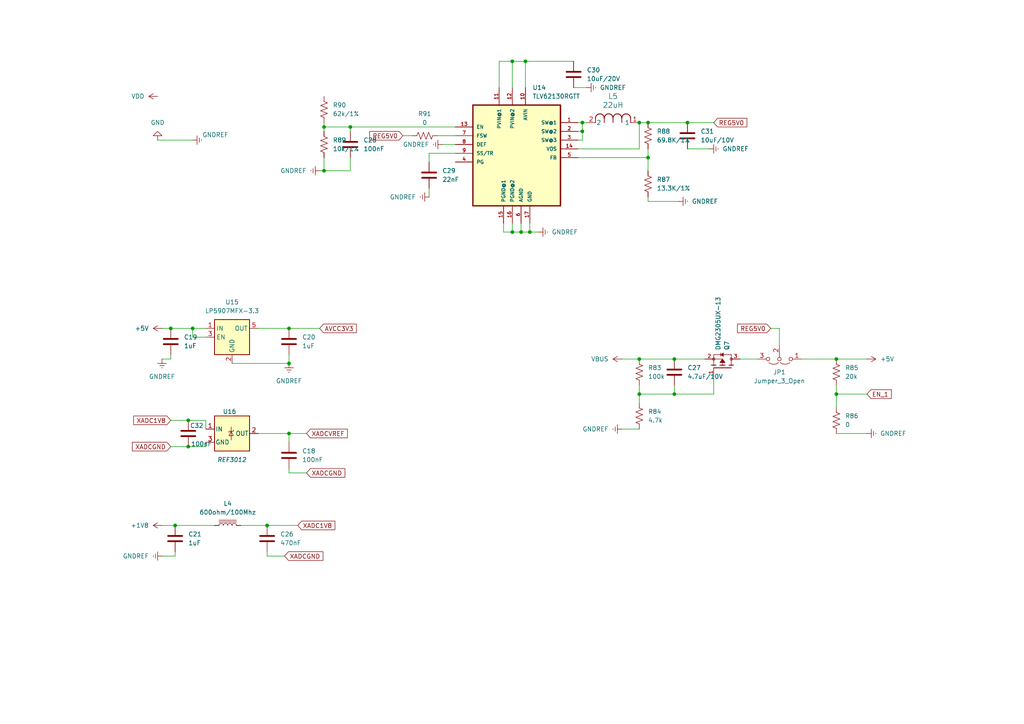
<source format=kicad_sch>
(kicad_sch (version 20231120) (generator "eeschema") (generator_version "8.0")
  (paper "A4")
  (lib_symbols
    (symbol "2025-03-04_21-33-04:NR5040T2R2N" (pin_names (offset 0.254))
      (property "Reference" "L" (at 6.985 5.08 0))
      (property "Value" "NR5040T2R2N" (at 6.985 -2.54 0))
      (symbol "NR5040T2R2N_1_1"
        (polyline (pts (xy 2.54 0) (xy 2.54 1.27)) (stroke (width 0.2032)))
        (polyline (pts (xy 5.08 0) (xy 5.08 1.27)) (stroke (width 0.2032)))
        (polyline (pts (xy 7.62 0) (xy 7.62 1.27)) (stroke (width 0.2032)))
        (polyline (pts (xy 10.16 0) (xy 10.16 1.27)) (stroke (width 0.2032)))
        (polyline (pts (xy 12.7 0) (xy 12.7 1.27)) (stroke (width 0.2032)))
        (arc (start 5.08 1.27) (mid 3.81 2.5344) (end 2.54 1.27) (stroke (width 0.254)))
        (arc (start 7.62 1.27) (mid 6.35 2.5344) (end 5.08 1.27) (stroke (width 0.254)))
        (arc (start 10.16 1.27) (mid 8.89 2.5344) (end 7.62 1.27) (stroke (width 0.254)))
        (arc (start 12.7 1.27) (mid 11.43 2.5344) (end 10.16 1.27) (stroke (width 0.254)))
        (pin unspecified line (at 15.24 0 180) (length 2.54) (name "1") (number "1"))
        (pin unspecified line (at 0 0 0) (length 2.54) (name "2") (number "2"))
      )
      (symbol "NR5040T2R2N_1_2"
        (arc (start -1.27 5.08) (mid -2.5344 3.81) (end -1.27 2.54) (stroke (width 0.254)))
        (arc (start -1.27 7.62) (mid -2.5344 6.35) (end -1.27 5.08) (stroke (width 0.254)))
        (arc (start -1.27 10.16) (mid -2.5344 8.89) (end -1.27 7.62) (stroke (width 0.254)))
        (arc (start -1.27 12.7) (mid -2.5344 11.43) (end -1.27 10.16) (stroke (width 0.254)))
        (polyline (pts (xy 0 2.54) (xy -1.27 2.54)) (stroke (width 0.2032)))
        (polyline (pts (xy 0 5.08) (xy -1.27 5.08)) (stroke (width 0.2032)))
        (polyline (pts (xy 0 7.62) (xy -1.27 7.62)) (stroke (width 0.2032)))
        (polyline (pts (xy 0 10.16) (xy -1.27 10.16)) (stroke (width 0.2032)))
        (polyline (pts (xy 0 12.7) (xy -1.27 12.7)) (stroke (width 0.2032)))
        (pin unspecified line (at 0 15.24 270) (length 2.54) (name "1") (number "1"))
        (pin unspecified line (at 0 0 90) (length 2.54) (name "2") (number "2"))
      )
    )
    (symbol "DMG2305UX-13:DMG2305UX-13" (pin_names (offset 1.016))
      (property "Reference" "Q" (at -8.89 3.81 0))
      (property "Value" "DMG2305UX-13" (at -8.89 -6.35 0))
      (symbol "DMG2305UX-13_0_0"
        (polyline (pts (xy 0 -2.54) (xy 0 2.54)) (stroke (width 0.254)))
        (polyline (pts (xy 0.762 -3.175) (xy 0.762 -2.54)) (stroke (width 0.254)))
        (polyline (pts (xy 0.762 -2.54) (xy 0.762 -1.905)) (stroke (width 0.254)))
        (polyline (pts (xy 0.762 -2.54) (xy 2.54 -2.54)) (stroke (width 0.1524)))
        (polyline (pts (xy 0.762 -0.762) (xy 0.762 0)) (stroke (width 0.254)))
        (polyline (pts (xy 0.762 0) (xy 0.762 0.762)) (stroke (width 0.254)))
        (polyline (pts (xy 0.762 0) (xy 2.54 0)) (stroke (width 0.1524)))
        (polyline (pts (xy 0.762 1.905) (xy 0.762 2.54)) (stroke (width 0.254)))
        (polyline (pts (xy 0.762 2.54) (xy 0.762 3.175)) (stroke (width 0.254)))
        (polyline (pts (xy 2.54 -2.54) (xy 2.54 0)) (stroke (width 0.1524)))
        (polyline (pts (xy 2.54 -2.54) (xy 3.81 -2.54)) (stroke (width 0.1524)))
        (polyline (pts (xy 2.54 2.54) (xy 0.762 2.54)) (stroke (width 0.1524)))
        (polyline (pts (xy 2.54 2.54) (xy 3.81 2.54)) (stroke (width 0.1524)))
        (polyline (pts (xy 3.81 -0.508) (xy 3.302 -0.508)) (stroke (width 0.1524)))
        (polyline (pts (xy 3.81 -0.508) (xy 3.81 -2.54)) (stroke (width 0.1524)))
        (polyline (pts (xy 3.81 2.54) (xy 3.81 -0.508)) (stroke (width 0.1524)))
        (polyline (pts (xy 4.318 -0.508) (xy 3.81 -0.508)) (stroke (width 0.1524)))
        (polyline (pts (xy 2.54 0) (xy 1.524 0.762) (xy 1.524 -0.762) (xy 2.54 0)) (stroke (width 0.1524)) (fill (type outline)))
        (polyline (pts (xy 3.81 -0.508) (xy 3.302 0.254) (xy 4.318 0.254) (xy 3.81 -0.508)) (stroke (width 0.1524)) (fill (type outline)))
        (circle (center 2.54 -2.54) (radius 0.3592))
        (circle (center 2.54 2.54) (radius 0.3592))
        (pin passive line (at -2.54 -2.54 0) (length 2.54) (name "~") (number "1"))
        (pin passive line (at 2.54 -5.08 90) (length 2.54) (name "~") (number "2"))
        (pin passive line (at 2.54 5.08 270) (length 2.54) (name "~") (number "3"))
      )
    )
    (symbol "Device:C" (pin_numbers hide) (pin_names (offset 0.254))
      (property "Reference" "C" (at 0.635 2.54 0))
      (property "Value" "C" (at 0.635 -2.54 0))
      (symbol "C_0_1"
        (polyline (pts (xy -2.032 -0.762) (xy 2.032 -0.762)) (stroke (width 0.508)))
        (polyline (pts (xy -2.032 0.762) (xy 2.032 0.762)) (stroke (width 0.508)))
      )
      (symbol "C_1_1"
        (pin passive line (at 0 3.81 270) (length 2.794) (name "~") (number "1"))
        (pin passive line (at 0 -3.81 90) (length 2.794) (name "~") (number "2"))
      )
    )
    (symbol "Device:L_Iron" (pin_numbers hide) (pin_names (offset 1.016) hide)
      (property "Reference" "L" (at -1.27 0 90))
      (property "Value" "L_Iron" (at 2.794 0 90))
      (symbol "L_Iron_0_1"
        (arc (start 0 -2.54) (mid 0.6323 -1.905) (end 0 -1.27))
        (arc (start 0 -1.27) (mid 0.6323 -0.635) (end 0 0))
        (polyline (pts (xy 1.016 2.54) (xy 1.016 -2.54)))
        (polyline (pts (xy 1.524 -2.54) (xy 1.524 2.54)))
        (arc (start 0 0) (mid 0.6323 0.635) (end 0 1.27))
        (arc (start 0 1.27) (mid 0.6323 1.905) (end 0 2.54))
      )
      (symbol "L_Iron_1_1"
        (pin passive line (at 0 3.81 270) (length 1.27) (name "1") (number "1"))
        (pin passive line (at 0 -3.81 90) (length 1.27) (name "2") (number "2"))
      )
    )
    (symbol "Device:R_US" (pin_numbers hide) (pin_names (offset 0))
      (property "Reference" "R" (at 2.54 0 90))
      (property "Value" "R_US" (at -2.54 0 90))
      (symbol "R_US_0_1"
        (polyline (pts (xy 0 -2.286) (xy 0 -2.54)))
        (polyline (pts (xy 0 2.286) (xy 0 2.54)))
        (polyline (pts (xy 0 -0.762) (xy 1.016 -1.143) (xy 0 -1.524) (xy -1.016 -1.905) (xy 0 -2.286)))
        (polyline (pts (xy 0 0.762) (xy 1.016 0.381) (xy 0 0) (xy -1.016 -0.381) (xy 0 -0.762)))
        (polyline (pts (xy 0 2.286) (xy 1.016 1.905) (xy 0 1.524) (xy -1.016 1.143) (xy 0 0.762)))
      )
      (symbol "R_US_1_1"
        (pin passive line (at 0 3.81 270) (length 1.27) (name "~") (number "1"))
        (pin passive line (at 0 -3.81 90) (length 1.27) (name "~") (number "2"))
      )
    )
    (symbol "Jumper:Jumper_3_Open" (pin_names (offset 0) hide) (exclude_from_sim yes) (in_bom no)
      (property "Reference" "JP" (at -2.54 -2.54 0))
      (property "Value" "Jumper_3_Open" (at 0 2.794 0))
      (symbol "Jumper_3_Open_0_0"
        (circle (center -3.302 0) (radius 0.508))
        (circle (center 0 0) (radius 0.508))
        (circle (center 3.302 0) (radius 0.508))
      )
      (symbol "Jumper_3_Open_0_1"
        (arc (start -0.254 1.016) (mid -1.651 1.4992) (end -3.048 1.016))
        (polyline (pts (xy 0 -0.508) (xy 0 -1.27)))
        (arc (start 3.048 1.016) (mid 1.651 1.4992) (end 0.254 1.016))
      )
      (symbol "Jumper_3_Open_1_1"
        (pin passive line (at -6.35 0 0) (length 2.54) (name "A") (number "1"))
        (pin passive line (at 0 -3.81 90) (length 2.54) (name "C") (number "2"))
        (pin passive line (at 6.35 0 180) (length 2.54) (name "B") (number "3"))
      )
    )
    (symbol "Reference_Voltage:REF3012" (pin_names (offset 0.254))
      (property "Reference" "U16" (at -6.35 1.2701 0))
      (property "Value" "REF3012" (at -6.35 -1.2699 0))
      (symbol "REF3012_0_1"
        (rectangle (start -5.08 5.08) (end 5.08 -5.08) (stroke (width 0.254)) (fill (type background)))
        (polyline (pts (xy -0.254 1.905) (xy -0.254 -1.905)))
        (polyline (pts (xy -0.889 -0.635) (xy 0.381 -0.635) (xy -0.254 0.635) (xy -0.889 -0.635)))
        (polyline (pts (xy 0.381 1.016) (xy 0.381 0.635) (xy -0.889 0.635) (xy -0.889 0.254)))
      )
      (symbol "REF3012_1_1"
        (pin power_in line (at -7.62 1.27 0) (length 2.54) (name "IN") (number "1"))
        (pin power_out line (at 7.62 0 180) (length 2.54) (name "OUT") (number "2"))
        (pin power_in line (at -7.62 -2.54 0) (length 2.54) (name "GND") (number "3"))
      )
    )
    (symbol "Regulator_Linear:LP5907MFX-3.3"
      (property "Reference" "U" (at -3.81 6.35 0))
      (property "Value" "LP5907MFX-3.3" (at 6.35 6.35 0))
      (symbol "LP5907MFX-3.3_0_1"
        (rectangle (start -5.08 -5.08) (end 5.08 5.08) (stroke (width 0.254)) (fill (type background)))
        (pin power_in line (at -7.62 2.54 0) (length 2.54) (name "IN") (number "1"))
        (pin power_in line (at 0 -7.62 90) (length 2.54) (name "GND") (number "2"))
        (pin input line (at -7.62 0 0) (length 2.54) (name "EN") (number "3"))
        (pin no_connect line (at 5.08 0 180) (length 2.54) hide (name "NC") (number "4"))
        (pin power_out line (at 7.62 2.54 180) (length 2.54) (name "OUT") (number "5"))
      )
    )
    (symbol "TLV62130RGTT:TLV62130RGTT" (pin_names (offset 1.016))
      (property "Reference" "U" (at -12.7 21.32 0))
      (property "Value" "TLV62130RGTT" (at -12.954 -12.7 0))
      (symbol "TLV62130RGTT_0_0"
        (rectangle (start -12.7 20.32) (end 12.7 -8.89) (stroke (width 0.41)) (fill (type background)))
        (pin output line (at 17.78 15.24 180) (length 5.08) (name "SW@1") (number "1"))
        (pin input line (at 2.54 25.4 270) (length 5.08) (name "AVIN") (number "10"))
        (pin input line (at -5.08 25.4 270) (length 5.08) (name "PVIN@1") (number "11"))
        (pin input line (at -1.27 25.4 270) (length 5.08) (name "PVIN@2") (number "12"))
        (pin input line (at -17.78 13.97 0) (length 5.08) (name "EN") (number "13"))
        (pin input line (at 17.78 7.62 180) (length 5.08) (name "VOS") (number "14"))
        (pin power_in line (at -3.81 -13.97 90) (length 5.08) (name "PGND@1") (number "15"))
        (pin power_in line (at -1.27 -13.97 90) (length 5.08) (name "PGND@2") (number "16"))
        (pin output line (at 17.78 12.7 180) (length 5.08) (name "SW@2") (number "2"))
        (pin output line (at 17.78 10.16 180) (length 5.08) (name "SW@3") (number "3"))
        (pin output line (at -17.78 3.81 0) (length 5.08) (name "PG") (number "4"))
        (pin input line (at 17.78 5.08 180) (length 5.08) (name "FB") (number "5"))
        (pin power_in line (at 1.27 -13.97 90) (length 5.08) (name "AGND") (number "6"))
        (pin input line (at -17.78 11.43 0) (length 5.08) (name "FSW") (number "7"))
        (pin input line (at -17.78 8.89 0) (length 5.08) (name "DEF") (number "8"))
        (pin input line (at -17.78 6.35 0) (length 5.08) (name "SS/TR") (number "9"))
      )
      (symbol "TLV62130RGTT_1_0"
        (pin power_in line (at 3.81 -13.97 90) (length 5.08) (name "GND") (number "17"))
      )
    )
    (symbol "power:+1V8" (power) (pin_numbers hide) (pin_names (offset 0) hide)
      (property "Value" "+1V8" (at 0 3.556 0))
      (symbol "+1V8_0_1"
        (polyline (pts (xy -0.762 1.27) (xy 0 2.54)))
        (polyline (pts (xy 0 0) (xy 0 2.54)))
        (polyline (pts (xy 0 2.54) (xy 0.762 1.27)))
      )
      (symbol "+1V8_1_1"
        (pin power_in line (at 0 0 90) (length 0) (name "~") (number "1"))
      )
    )
    (symbol "power:+5V" (power) (pin_numbers hide) (pin_names (offset 0) hide)
      (property "Value" "+5V" (at 0 3.556 0))
      (symbol "+5V_0_1"
        (polyline (pts (xy -0.762 1.27) (xy 0 2.54)))
        (polyline (pts (xy 0 0) (xy 0 2.54)))
        (polyline (pts (xy 0 2.54) (xy 0.762 1.27)))
      )
      (symbol "+5V_1_1"
        (pin power_in line (at 0 0 90) (length 0) (name "~") (number "1"))
      )
    )
    (symbol "power:GND" (power) (pin_numbers hide) (pin_names (offset 0) hide)
      (property "Value" "GND" (at 0 -3.81 0))
      (symbol "GND_0_1"
        (polyline (pts (xy 0 0) (xy 0 -1.27) (xy 1.27 -1.27) (xy 0 -2.54) (xy -1.27 -1.27) (xy 0 -1.27)))
      )
      (symbol "GND_1_1"
        (pin power_in line (at 0 0 270) (length 0) (name "~") (number "1"))
      )
    )
    (symbol "power:GNDREF" (power) (pin_numbers hide) (pin_names (offset 0) hide)
      (property "Value" "GNDREF" (at 0 -3.81 0))
      (symbol "GNDREF_0_1"
        (polyline (pts (xy -0.635 -1.905) (xy 0.635 -1.905)))
        (polyline (pts (xy -0.127 -2.54) (xy 0.127 -2.54)))
        (polyline (pts (xy 0 -1.27) (xy 0 0)))
        (polyline (pts (xy 1.27 -1.27) (xy -1.27 -1.27)))
      )
      (symbol "GNDREF_1_1"
        (pin power_in line (at 0 0 270) (length 0) (name "~") (number "1"))
      )
    )
    (symbol "power:VBUS" (power) (pin_numbers hide) (pin_names (offset 0) hide)
      (property "Value" "VBUS" (at 0 3.556 0))
      (symbol "VBUS_0_1"
        (polyline (pts (xy -0.762 1.27) (xy 0 2.54)))
        (polyline (pts (xy 0 0) (xy 0 2.54)))
        (polyline (pts (xy 0 2.54) (xy 0.762 1.27)))
      )
      (symbol "VBUS_1_1"
        (pin power_in line (at 0 0 90) (length 0) (name "~") (number "1"))
      )
    )
    (symbol "power:VDD" (power) (pin_numbers hide) (pin_names (offset 0) hide)
      (property "Value" "VDD" (at 0 3.556 0))
      (symbol "VDD_0_1"
        (polyline (pts (xy -0.762 1.27) (xy 0 2.54)))
        (polyline (pts (xy 0 0) (xy 0 2.54)))
        (polyline (pts (xy 0 2.54) (xy 0.762 1.27)))
      )
      (symbol "VDD_1_1"
        (pin power_in line (at 0 0 90) (length 0) (name "~") (number "1"))
      )
    )
  )
  (junction (at 185.42 114.3))
  (junction (at 148.59 67.31))
  (junction (at 187.96 45.72))
  (junction (at 195.58 104.14))
  (junction (at 151.13 67.31))
  (junction (at 93.98 49.53))
  (junction (at 199.39 35.56))
  (junction (at 242.57 104.14))
  (junction (at 148.59 17.78))
  (junction (at 83.82 125.73))
  (junction (at 101.6 36.83))
  (junction (at 55.88 95.25))
  (junction (at 83.82 105.41))
  (junction (at 83.82 95.25))
  (junction (at 242.57 114.3))
  (junction (at 168.91 38.1))
  (junction (at 50.8 152.4))
  (junction (at 54.61 129.54))
  (junction (at 153.67 67.31))
  (junction (at 185.42 35.56))
  (junction (at 54.61 121.92))
  (junction (at 185.42 104.14))
  (junction (at 77.47 152.4))
  (junction (at 168.91 35.56))
  (junction (at 195.58 114.3))
  (junction (at 93.98 36.83))
  (junction (at 49.53 95.25))
  (junction (at 152.4 17.78))
  (junction (at 187.96 35.56))
  (wire (pts (xy 83.82 135.89) (xy 83.82 137.16)))
  (wire (pts (xy 67.31 105.41) (xy 83.82 105.41)))
  (wire (pts (xy 167.64 38.1) (xy 168.91 38.1)))
  (wire (pts (xy 83.82 95.25) (xy 92.71 95.25)))
  (wire (pts (xy 83.82 102.87) (xy 83.82 105.41)))
  (wire (pts (xy 148.59 17.78) (xy 152.4 17.78)))
  (wire (pts (xy 166.37 17.78) (xy 152.4 17.78)))
  (wire (pts (xy 242.57 125.73) (xy 251.46 125.73)))
  (wire (pts (xy 101.6 49.53) (xy 93.98 49.53)))
  (wire (pts (xy 101.6 38.1) (xy 101.6 36.83)))
  (wire (pts (xy 187.96 35.56) (xy 199.39 35.56)))
  (wire (pts (xy 45.72 40.64) (xy 55.88 40.64)))
  (wire (pts (xy 54.61 121.92) (xy 59.69 121.92)))
  (wire (pts (xy 49.53 104.14) (xy 49.53 102.87)))
  (wire (pts (xy 167.64 35.56) (xy 168.91 35.56)))
  (wire (pts (xy 148.59 64.77) (xy 148.59 67.31)))
  (wire (pts (xy 46.99 95.25) (xy 49.53 95.25)))
  (wire (pts (xy 199.39 43.18) (xy 205.74 43.18)))
  (wire (pts (xy 124.46 46.99) (xy 124.46 44.45)))
  (wire (pts (xy 69.85 152.4) (xy 77.47 152.4)))
  (wire (pts (xy 116.84 39.37) (xy 119.38 39.37)))
  (wire (pts (xy 54.61 129.54) (xy 59.69 129.54)))
  (wire (pts (xy 46.99 161.29) (xy 50.8 161.29)))
  (wire (pts (xy 59.69 97.79) (xy 55.88 97.79)))
  (wire (pts (xy 93.98 36.83) (xy 93.98 38.1)))
  (wire (pts (xy 185.42 114.3) (xy 185.42 116.84)))
  (wire (pts (xy 83.82 125.73) (xy 88.9 125.73)))
  (wire (pts (xy 187.96 45.72) (xy 167.64 45.72)))
  (wire (pts (xy 152.4 17.78) (xy 152.4 25.4)))
  (wire (pts (xy 153.67 67.31) (xy 156.21 67.31)))
  (wire (pts (xy 74.93 95.25) (xy 83.82 95.25)))
  (wire (pts (xy 187.96 58.42) (xy 196.85 58.42)))
  (wire (pts (xy 242.57 114.3) (xy 251.46 114.3)))
  (wire (pts (xy 50.8 160.02) (xy 50.8 161.29)))
  (wire (pts (xy 187.96 43.18) (xy 187.96 45.72)))
  (wire (pts (xy 195.58 111.76) (xy 195.58 114.3)))
  (wire (pts (xy 195.58 104.14) (xy 204.47 104.14)))
  (wire (pts (xy 77.47 152.4) (xy 86.36 152.4)))
  (wire (pts (xy 187.96 45.72) (xy 187.96 49.53)))
  (wire (pts (xy 124.46 44.45) (xy 132.08 44.45)))
  (wire (pts (xy 185.42 35.56) (xy 187.96 35.56)))
  (wire (pts (xy 207.01 109.22) (xy 207.01 114.3)))
  (wire (pts (xy 242.57 114.3) (xy 242.57 118.11)))
  (wire (pts (xy 167.64 43.18) (xy 185.42 43.18)))
  (wire (pts (xy 148.59 25.4) (xy 148.59 17.78)))
  (wire (pts (xy 151.13 64.77) (xy 151.13 67.31)))
  (wire (pts (xy 232.41 104.14) (xy 242.57 104.14)))
  (wire (pts (xy 223.52 95.25) (xy 226.06 95.25)))
  (wire (pts (xy 46.99 152.4) (xy 50.8 152.4)))
  (wire (pts (xy 46.99 104.14) (xy 49.53 104.14)))
  (wire (pts (xy 144.78 17.78) (xy 148.59 17.78)))
  (wire (pts (xy 49.53 129.54) (xy 54.61 129.54)))
  (wire (pts (xy 144.78 25.4) (xy 144.78 17.78)))
  (wire (pts (xy 83.82 125.73) (xy 83.82 128.27)))
  (wire (pts (xy 59.69 128.27) (xy 59.69 129.54)))
  (wire (pts (xy 101.6 36.83) (xy 93.98 36.83)))
  (wire (pts (xy 93.98 49.53) (xy 93.98 45.72)))
  (wire (pts (xy 180.34 104.14) (xy 185.42 104.14)))
  (wire (pts (xy 74.93 125.73) (xy 83.82 125.73)))
  (wire (pts (xy 185.42 43.18) (xy 185.42 35.56)))
  (wire (pts (xy 151.13 67.31) (xy 153.67 67.31)))
  (wire (pts (xy 93.98 35.56) (xy 93.98 36.83)))
  (wire (pts (xy 185.42 104.14) (xy 195.58 104.14)))
  (wire (pts (xy 167.64 40.64) (xy 168.91 40.64)))
  (wire (pts (xy 207.01 114.3) (xy 195.58 114.3)))
  (wire (pts (xy 124.46 54.61) (xy 124.46 57.15)))
  (wire (pts (xy 49.53 121.92) (xy 54.61 121.92)))
  (wire (pts (xy 77.47 161.29) (xy 82.55 161.29)))
  (wire (pts (xy 77.47 160.02) (xy 77.47 161.29)))
  (wire (pts (xy 166.37 25.4) (xy 170.18 25.4)))
  (wire (pts (xy 83.82 137.16) (xy 88.9 137.16)))
  (wire (pts (xy 92.71 49.53) (xy 93.98 49.53)))
  (wire (pts (xy 55.88 95.25) (xy 59.69 95.25)))
  (wire (pts (xy 185.42 111.76) (xy 185.42 114.3)))
  (wire (pts (xy 180.34 124.46) (xy 185.42 124.46)))
  (wire (pts (xy 101.6 45.72) (xy 101.6 49.53)))
  (wire (pts (xy 199.39 35.56) (xy 207.01 35.56)))
  (wire (pts (xy 168.91 38.1) (xy 168.91 40.64)))
  (wire (pts (xy 127 39.37) (xy 132.08 39.37)))
  (wire (pts (xy 148.59 67.31) (xy 151.13 67.31)))
  (wire (pts (xy 187.96 57.15) (xy 187.96 58.42)))
  (wire (pts (xy 168.91 35.56) (xy 168.91 38.1)))
  (wire (pts (xy 55.88 97.79) (xy 55.88 95.25)))
  (wire (pts (xy 226.06 95.25) (xy 226.06 100.33)))
  (wire (pts (xy 50.8 152.4) (xy 62.23 152.4)))
  (wire (pts (xy 168.91 35.56) (xy 170.18 35.56)))
  (wire (pts (xy 242.57 104.14) (xy 251.46 104.14)))
  (wire (pts (xy 242.57 111.76) (xy 242.57 114.3)))
  (wire (pts (xy 195.58 114.3) (xy 185.42 114.3)))
  (wire (pts (xy 153.67 64.77) (xy 153.67 67.31)))
  (wire (pts (xy 59.69 124.46) (xy 59.69 121.92)))
  (wire (pts (xy 146.05 64.77) (xy 146.05 67.31)))
  (wire (pts (xy 128.27 41.91) (xy 132.08 41.91)))
  (wire (pts (xy 49.53 95.25) (xy 55.88 95.25)))
  (wire (pts (xy 101.6 36.83) (xy 132.08 36.83)))
  (wire (pts (xy 214.63 104.14) (xy 219.71 104.14)))
  (wire (pts (xy 146.05 67.31) (xy 148.59 67.31)))
  (global_label "REG5V0" (shape input) (at 223.52 95.25 180) (property "Intersheetrefs" "${INTERSHEET_REFS}" (effects (hide yes))))
  (global_label "XADCVREF" (shape input) (at 88.9 125.73 0) (property "Intersheetrefs" "${INTERSHEET_REFS}" (effects (hide yes))))
  (global_label "REG5V0" (shape input) (at 207.01 35.56 0) (property "Intersheetrefs" "${INTERSHEET_REFS}" (effects (hide yes))))
  (global_label "XADCGND" (shape input) (at 82.55 161.29 0) (property "Intersheetrefs" "${INTERSHEET_REFS}" (effects (hide yes))))
  (global_label "XADC1V8" (shape input) (at 49.53 121.92 180) (property "Intersheetrefs" "${INTERSHEET_REFS}" (effects (hide yes))))
  (global_label "REG5V0" (shape input) (at 116.84 39.37 180) (property "Intersheetrefs" "${INTERSHEET_REFS}" (effects (hide yes))))
  (global_label "XADC1V8" (shape input) (at 86.36 152.4 0) (property "Intersheetrefs" "${INTERSHEET_REFS}" (effects (hide yes))))
  (global_label "AVCC3V3" (shape input) (at 92.71 95.25 0) (property "Intersheetrefs" "${INTERSHEET_REFS}" (effects (hide yes))))
  (global_label "XADCGND" (shape input) (at 88.9 137.16 0) (property "Intersheetrefs" "${INTERSHEET_REFS}" (effects (hide yes))))
  (global_label "XADCGND" (shape input) (at 49.53 129.54 180) (property "Intersheetrefs" "${INTERSHEET_REFS}" (effects (hide yes))))
  (global_label "EN_1" (shape input) (at 251.46 114.3 0) (property "Intersheetrefs" "${INTERSHEET_REFS}" (effects (hide yes))))
  (symbol (lib_id "power:GNDREF") (at 205.74 43.18 90) (unit 1)
    (property "Reference" "#PWR032" (effects (hide yes)))
    (property "Value" "GNDREF" (at 209.55 43.1799 90) (effects (justify right)))
    (property "Description" "Power symbol creates a global label with name \"GNDREF\" , reference supply ground" (effects (hide yes)))
  )
  (symbol (lib_id "Device:C") (at 199.39 39.37 0) (unit 1)
    (property "Reference" "C31" (at 203.2 38.0999 0) (effects (justify left)))
    (property "Value" "10uF/10V" (at 203.2 40.6399 0) (effects (justify left)))
    (property "Description" "Unpolarized capacitor" (effects (hide yes)))
  )
  (symbol (lib_id "power:GNDREF") (at 128.27 41.91 270) (unit 1)
    (property "Reference" "#PWR037" (effects (hide yes)))
    (property "Value" "GNDREF" (at 124.46 41.9099 90) (effects (justify right)))
    (property "Description" "Power symbol creates a global label with name \"GNDREF\" , reference supply ground" (effects (hide yes)))
  )
  (symbol (lib_id "DMG2305UX-13:DMG2305UX-13") (at 209.55 106.68 270) (mirror x) (unit 1)
    (property "Reference" "Q7" (at 210.8201 101.6 0) (effects (justify left)))
    (property "Value" "DMG2305UX-13" (at 208.2801 101.6 0) (effects (justify left)))
    (property "Footprint" "DMG2305UX-13:SOT91P240X110-3N" (effects (hide yes)))
    (property "PARTREV" "09/2018" (effects (hide yes)))
    (property "MANUFACTURER" "Diodes Inc." (effects (hide yes)))
    (property "MAXIMUM_PACKAGE_HEIGHT" "1.1mm" (effects (hide yes)))
    (property "STANDARD" "IPC-7351B" (effects (hide yes)))
  )
  (symbol (lib_id "power:GNDREF") (at 46.99 161.29 270) (unit 1)
    (property "Reference" "#PWR025" (effects (hide yes)))
    (property "Value" "GNDREF" (at 43.18 161.2899 90) (effects (justify right)))
    (property "Description" "Power symbol creates a global label with name \"GNDREF\" , reference supply ground" (effects (hide yes)))
  )
  (symbol (lib_id "Device:C") (at 54.61 125.73 0) (unit 1)
    (property "Reference" "C32" (at 55.118 123.444 0) (effects (justify left)))
    (property "Value" "100nF" (at 55.372 128.778 0) (effects (justify left)))
    (property "Description" "Unpolarized capacitor" (effects (hide yes)))
  )
  (symbol (lib_id "power:VDD") (at 45.72 27.94 90) (unit 1)
    (property "Reference" "#PWR038" (effects (hide yes)))
    (property "Value" "VDD" (at 41.91 27.9399 90) (effects (justify left)))
    (property "Description" "Power symbol creates a global label with name \"VDD\"" (effects (hide yes)))
  )
  (symbol (lib_id "Device:C") (at 49.53 99.06 0) (unit 1)
    (property "Reference" "C19" (at 53.34 97.7899 0) (effects (justify left)))
    (property "Value" "1uF" (at 53.34 100.3299 0) (effects (justify left)))
    (property "Description" "Unpolarized capacitor" (effects (hide yes)))
  )
  (symbol (lib_id "Device:C") (at 83.82 99.06 0) (unit 1)
    (property "Reference" "C20" (at 87.63 97.7899 0) (effects (justify left)))
    (property "Value" "1uF" (at 87.63 100.3299 0) (effects (justify left)))
    (property "Description" "Unpolarized capacitor" (effects (hide yes)))
  )
  (symbol (lib_id "Device:R_US") (at 242.57 121.92 0) (unit 1)
    (property "Reference" "R86" (at 245.11 120.6499 0) (effects (justify left)))
    (property "Value" "0" (at 245.11 123.1899 0) (effects (justify left)))
    (property "Description" "Resistor, US symbol" (effects (hide yes)))
  )
  (symbol (lib_id "power:GND") (at 45.72 40.64 180) (unit 1)
    (property "Reference" "#PWR039" (effects (hide yes)))
    (property "Value" "GND" (at 45.72 35.56 0))
    (property "Description" "Power symbol creates a global label with name \"GND\" , ground" (effects (hide yes)))
  )
  (symbol (lib_id "Device:L_Iron") (at 66.04 152.4 90) (unit 1)
    (property "Reference" "L4" (at 66.04 146.05 90))
    (property "Value" "600ohm/100Mhz" (at 66.04 148.59 90))
    (property "Description" "Inductor with iron core" (effects (hide yes)))
  )
  (symbol (lib_id "Device:C") (at 50.8 156.21 0) (unit 1)
    (property "Reference" "C21" (at 54.61 154.9399 0) (effects (justify left)))
    (property "Value" "1uF" (at 54.61 157.4799 0) (effects (justify left)))
    (property "Description" "Unpolarized capacitor" (effects (hide yes)))
  )
  (symbol (lib_id "Reference_Voltage:REF3012") (at 67.31 125.73 0) (unit 1)
    (property "Reference" "U16" (at 68.58 119.38 0) (effects (justify right)))
    (property "Value" "REF3012" (at 71.374 133.35 0) (effects (font (italic yes)) (justify right)))
    (property "Footprint" "Package_TO_SOT_SMD:SOT-23" (effects (hide yes)))
    (property "Datasheet" "http://www.ti.com/lit/ds/symlink/ref3033.pdf" (effects (hide yes)))
    (property "Description" "1.25V 50-ppm/°C Max, 50-μA, CMOS Voltage Reference, SOT-23-3" (effects (hide yes)))
  )
  (symbol (lib_id "power:GNDREF") (at 83.82 105.41 0) (unit 1)
    (property "Reference" "#PWR021" (effects (hide yes)))
    (property "Value" "GNDREF" (at 83.82 110.49 0))
    (property "Description" "Power symbol creates a global label with name \"GNDREF\" , reference supply ground" (effects (hide yes)))
  )
  (symbol (lib_id "power:+1V8") (at 46.99 152.4 90) (unit 1)
    (property "Reference" "#PWR024" (effects (hide yes)))
    (property "Value" "+1V8" (at 43.18 152.3999 90) (effects (justify left)))
    (property "Description" "Power symbol creates a global label with name \"+1V8\"" (effects (hide yes)))
  )
  (symbol (lib_id "TLV62130RGTT:TLV62130RGTT") (at 149.86 50.8 0) (unit 1)
    (property "Reference" "U14" (at 154.4194 25.4 0) (effects (justify left)))
    (property "Value" "TLV62130RGTT" (at 154.4194 27.94 0) (effects (justify left)))
    (property "Footprint" "TLV62130RGTT:QFN50P300X300X100-17N" (effects (hide yes)))
  )
  (symbol (lib_id "Device:C") (at 195.58 107.95 0) (unit 1)
    (property "Reference" "C27" (at 199.39 106.6799 0) (effects (justify left)))
    (property "Value" "4.7uF/10V" (at 199.39 109.2199 0) (effects (justify left)))
    (property "Description" "Unpolarized capacitor" (effects (hide yes)))
  )
  (symbol (lib_id "Device:C") (at 101.6 41.91 0) (unit 1)
    (property "Reference" "C28" (at 105.41 40.6399 0) (effects (justify left)))
    (property "Value" "100nF" (at 105.41 43.1799 0) (effects (justify left)))
    (property "Description" "Unpolarized capacitor" (effects (hide yes)))
  )
  (symbol (lib_id "2025-03-04_21-33-04:NR5040T2R2N") (at 170.18 35.56 0) (unit 1)
    (property "Reference" "L5" (at 177.8 27.94 0) (effects (font (size 1.524 1.524))))
    (property "Value" "22uH" (at 177.8 30.48 0) (effects (font (size 1.524 1.524))))
    (property "Footprint" "footprints:IND_TAIYO_NR5040_TAY" (effects (hide yes)))
    (property "Datasheet" "NR5040T2R2N" (effects (hide yes)))
  )
  (symbol (lib_id "power:GNDREF") (at 55.88 40.64 90) (unit 1)
    (property "Reference" "#PWR036" (effects (hide yes)))
    (property "Value" "GNDREF" (at 58.674 39.116 90) (effects (justify right)))
    (property "Description" "Power symbol creates a global label with name \"GNDREF\" , reference supply ground" (effects (hide yes)))
  )
  (symbol (lib_id "Jumper:Jumper_3_Open") (at 226.06 104.14 180) (unit 1) (exclude_from_sim yes) (in_bom no)
    (property "Reference" "JP1" (at 226.06 107.95 0))
    (property "Value" "Jumper_3_Open" (at 226.06 110.49 0))
    (property "Description" "Jumper, 3-pole, both open" (effects (hide yes)))
  )
  (symbol (lib_id "Device:R_US") (at 93.98 31.75 0) (unit 1)
    (property "Reference" "R90" (at 96.52 30.4799 0) (effects (justify left)))
    (property "Value" "62k/1%" (at 96.52 33.0199 0) (effects (justify left)))
    (property "Description" "Resistor, US symbol" (effects (hide yes)))
  )
  (symbol (lib_id "power:GNDREF") (at 180.34 124.46 270) (unit 1)
    (property "Reference" "#PWR027" (effects (hide yes)))
    (property "Value" "GNDREF" (at 176.53 124.4599 90) (effects (justify right)))
    (property "Description" "Power symbol creates a global label with name \"GNDREF\" , reference supply ground" (effects (hide yes)))
  )
  (symbol (lib_id "Device:R_US") (at 93.98 41.91 0) (unit 1)
    (property "Reference" "R89" (at 96.52 40.6399 0) (effects (justify left)))
    (property "Value" "10k/1%" (at 96.52 43.1799 0) (effects (justify left)))
    (property "Description" "Resistor, US symbol" (effects (hide yes)))
  )
  (symbol (lib_id "power:+5V") (at 251.46 104.14 270) (unit 1)
    (property "Reference" "#PWR028" (effects (hide yes)))
    (property "Value" "+5V" (at 255.27 104.1399 90) (effects (justify left)))
    (property "Description" "Power symbol creates a global label with name \"+5V\"" (effects (hide yes)))
  )
  (symbol (lib_id "Regulator_Linear:LP5907MFX-3.3") (at 67.31 97.79 0) (unit 1)
    (property "Reference" "U15" (at 67.31 87.63 0))
    (property "Value" "LP5907MFX-3.3" (at 67.31 90.17 0))
    (property "Footprint" "Package_TO_SOT_SMD:SOT-23-5" (effects (hide yes)))
    (property "Datasheet" "http://www.ti.com/lit/ds/symlink/lp5907.pdf" (effects (hide yes)))
    (property "Description" "250-mA Ultra-Low-Noise Low-IQ LDO, 3.3V, SOT-23" (effects (hide yes)))
  )
  (symbol (lib_id "power:+5V") (at 46.99 95.25 90) (unit 1)
    (property "Reference" "#PWR023" (effects (hide yes)))
    (property "Value" "+5V" (at 43.18 95.2499 90) (effects (justify left)))
    (property "Description" "Power symbol creates a global label with name \"+5V\"" (effects (hide yes)))
  )
  (symbol (lib_id "power:GNDREF") (at 92.71 49.53 270) (unit 1)
    (property "Reference" "#PWR035" (effects (hide yes)))
    (property "Value" "GNDREF" (at 88.9 49.5299 90) (effects (justify right)))
    (property "Description" "Power symbol creates a global label with name \"GNDREF\" , reference supply ground" (effects (hide yes)))
  )
  (symbol (lib_id "Device:R_US") (at 187.96 53.34 0) (unit 1)
    (property "Reference" "R87" (at 190.5 52.0699 0) (effects (justify left)))
    (property "Value" "13.3K/1%" (at 190.5 54.6099 0) (effects (justify left)))
    (property "Description" "Resistor, US symbol" (effects (hide yes)))
  )
  (symbol (lib_id "Device:C") (at 83.82 132.08 0) (unit 1)
    (property "Reference" "C18" (at 87.63 130.8099 0) (effects (justify left)))
    (property "Value" "100nF" (at 87.63 133.3499 0) (effects (justify left)))
    (property "Description" "Unpolarized capacitor" (effects (hide yes)))
  )
  (symbol (lib_id "power:GNDREF") (at 170.18 25.4 90) (unit 1)
    (property "Reference" "#PWR033" (effects (hide yes)))
    (property "Value" "GNDREF" (at 173.99 25.3999 90) (effects (justify right)))
    (property "Description" "Power symbol creates a global label with name \"GNDREF\" , reference supply ground" (effects (hide yes)))
  )
  (symbol (lib_id "Device:R_US") (at 187.96 39.37 0) (unit 1)
    (property "Reference" "R88" (at 190.5 38.0999 0) (effects (justify left)))
    (property "Value" "69.8K/1%" (at 190.5 40.6399 0) (effects (justify left)))
    (property "Description" "Resistor, US symbol" (effects (hide yes)))
  )
  (symbol (lib_id "Device:C") (at 77.47 156.21 0) (unit 1)
    (property "Reference" "C26" (at 81.28 154.9399 0) (effects (justify left)))
    (property "Value" "470nF" (at 81.28 157.4799 0) (effects (justify left)))
    (property "Description" "Unpolarized capacitor" (effects (hide yes)))
  )
  (symbol (lib_id "Device:C") (at 124.46 50.8 0) (unit 1)
    (property "Reference" "C29" (at 128.27 49.5299 0) (effects (justify left)))
    (property "Value" "22nF" (at 128.27 52.0699 0) (effects (justify left)))
    (property "Description" "Unpolarized capacitor" (effects (hide yes)))
  )
  (symbol (lib_id "Device:R_US") (at 242.57 107.95 0) (unit 1)
    (property "Reference" "R85" (at 245.11 106.6799 0) (effects (justify left)))
    (property "Value" "20k" (at 245.11 109.2199 0) (effects (justify left)))
    (property "Description" "Resistor, US symbol" (effects (hide yes)))
  )
  (symbol (lib_id "power:GNDREF") (at 156.21 67.31 90) (unit 1)
    (property "Reference" "#PWR030" (effects (hide yes)))
    (property "Value" "GNDREF" (at 160.02 67.3099 90) (effects (justify right)))
    (property "Description" "Power symbol creates a global label with name \"GNDREF\" , reference supply ground" (effects (hide yes)))
  )
  (symbol (lib_id "power:GNDREF") (at 124.46 57.15 270) (unit 1)
    (property "Reference" "#PWR034" (effects (hide yes)))
    (property "Value" "GNDREF" (at 120.65 57.1499 90) (effects (justify right)))
    (property "Description" "Power symbol creates a global label with name \"GNDREF\" , reference supply ground" (effects (hide yes)))
  )
  (symbol (lib_id "Device:R_US") (at 185.42 120.65 0) (unit 1)
    (property "Reference" "R84" (at 187.96 119.3799 0) (effects (justify left)))
    (property "Value" "4.7k" (at 187.96 121.9199 0) (effects (justify left)))
    (property "Description" "Resistor, US symbol" (effects (hide yes)))
  )
  (symbol (lib_id "Device:R_US") (at 185.42 107.95 0) (unit 1)
    (property "Reference" "R83" (at 187.96 106.6799 0) (effects (justify left)))
    (property "Value" "100k" (at 187.96 109.2199 0) (effects (justify left)))
    (property "Description" "Resistor, US symbol" (effects (hide yes)))
  )
  (symbol (lib_id "Device:R_US") (at 123.19 39.37 90) (unit 1)
    (property "Reference" "R91" (at 123.19 33.02 90))
    (property "Value" "0" (at 123.19 35.56 90))
    (property "Description" "Resistor, US symbol" (effects (hide yes)))
  )
  (symbol (lib_id "power:VBUS") (at 180.34 104.14 90) (unit 1)
    (property "Reference" "#PWR026" (effects (hide yes)))
    (property "Value" "VBUS" (at 176.53 104.1399 90) (effects (justify left)))
    (property "Description" "Power symbol creates a global label with name \"VBUS\"" (effects (hide yes)))
  )
  (symbol (lib_id "power:GNDREF") (at 196.85 58.42 90) (unit 1)
    (property "Reference" "#PWR031" (effects (hide yes)))
    (property "Value" "GNDREF" (at 200.66 58.4199 90) (effects (justify right)))
    (property "Description" "Power symbol creates a global label with name \"GNDREF\" , reference supply ground" (effects (hide yes)))
  )
  (symbol (lib_id "power:GNDREF") (at 46.99 104.14 0) (unit 1)
    (property "Reference" "#PWR022" (effects (hide yes)))
    (property "Value" "GNDREF" (at 46.99 109.22 0))
    (property "Description" "Power symbol creates a global label with name \"GNDREF\" , reference supply ground" (effects (hide yes)))
  )
  (symbol (lib_id "Device:C") (at 166.37 21.59 0) (unit 1)
    (property "Reference" "C30" (at 170.18 20.3199 0) (effects (justify left)))
    (property "Value" "10uF/20V" (at 170.18 22.8599 0) (effects (justify left)))
    (property "Description" "Unpolarized capacitor" (effects (hide yes)))
  )
  (symbol (lib_id "power:GNDREF") (at 251.46 125.73 90) (unit 1)
    (property "Reference" "#PWR029" (effects (hide yes)))
    (property "Value" "GNDREF" (at 255.27 125.7299 90) (effects (justify right)))
    (property "Description" "Power symbol creates a global label with name \"GNDREF\" , reference supply ground" (effects (hide yes)))
  )
)
</source>
